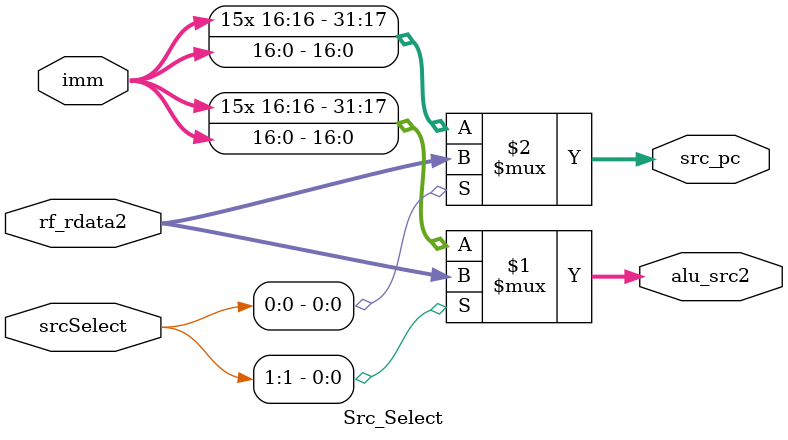
<source format=v>
`timescale 1ns / 1ps


module Src_Select(
    input [1:0] srcSelect,
    input [31:0] rf_rdata2,
    input [16:0] imm,
    output [31:0] alu_src2,
    output [31:0] src_pc
    );
    assign alu_src2 = srcSelect[1]? rf_rdata2 : {{16{imm[16]}},imm[15:0]};
    assign src_pc = srcSelect[0]? rf_rdata2 : {{16{imm[16]}},imm[15:0]};
    
endmodule

</source>
